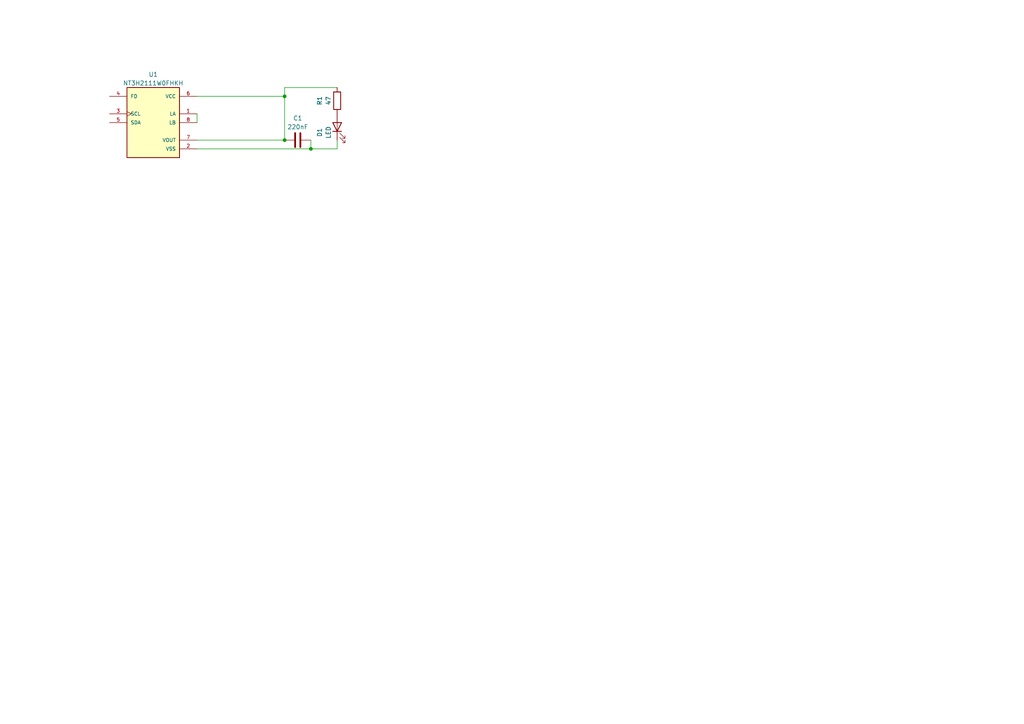
<source format=kicad_sch>
(kicad_sch (version 20230121) (generator eeschema)

  (uuid f02c84d0-22fc-404e-b72c-b2bf0e701038)

  (paper "A4")

  (lib_symbols
    (symbol "Device:C" (pin_numbers hide) (pin_names (offset 0.254)) (in_bom yes) (on_board yes)
      (property "Reference" "C" (at 0.635 2.54 0)
        (effects (font (size 1.27 1.27)) (justify left))
      )
      (property "Value" "C" (at 0.635 -2.54 0)
        (effects (font (size 1.27 1.27)) (justify left))
      )
      (property "Footprint" "" (at 0.9652 -3.81 0)
        (effects (font (size 1.27 1.27)) hide)
      )
      (property "Datasheet" "~" (at 0 0 0)
        (effects (font (size 1.27 1.27)) hide)
      )
      (property "ki_keywords" "cap capacitor" (at 0 0 0)
        (effects (font (size 1.27 1.27)) hide)
      )
      (property "ki_description" "Unpolarized capacitor" (at 0 0 0)
        (effects (font (size 1.27 1.27)) hide)
      )
      (property "ki_fp_filters" "C_*" (at 0 0 0)
        (effects (font (size 1.27 1.27)) hide)
      )
      (symbol "C_0_1"
        (polyline
          (pts
            (xy -2.032 -0.762)
            (xy 2.032 -0.762)
          )
          (stroke (width 0.508) (type default))
          (fill (type none))
        )
        (polyline
          (pts
            (xy -2.032 0.762)
            (xy 2.032 0.762)
          )
          (stroke (width 0.508) (type default))
          (fill (type none))
        )
      )
      (symbol "C_1_1"
        (pin passive line (at 0 3.81 270) (length 2.794)
          (name "~" (effects (font (size 1.27 1.27))))
          (number "1" (effects (font (size 1.27 1.27))))
        )
        (pin passive line (at 0 -3.81 90) (length 2.794)
          (name "~" (effects (font (size 1.27 1.27))))
          (number "2" (effects (font (size 1.27 1.27))))
        )
      )
    )
    (symbol "Device:LED" (pin_numbers hide) (pin_names (offset 1.016) hide) (in_bom yes) (on_board yes)
      (property "Reference" "D" (at 0 2.54 0)
        (effects (font (size 1.27 1.27)))
      )
      (property "Value" "LED" (at 0 -2.54 0)
        (effects (font (size 1.27 1.27)))
      )
      (property "Footprint" "" (at 0 0 0)
        (effects (font (size 1.27 1.27)) hide)
      )
      (property "Datasheet" "~" (at 0 0 0)
        (effects (font (size 1.27 1.27)) hide)
      )
      (property "ki_keywords" "LED diode" (at 0 0 0)
        (effects (font (size 1.27 1.27)) hide)
      )
      (property "ki_description" "Light emitting diode" (at 0 0 0)
        (effects (font (size 1.27 1.27)) hide)
      )
      (property "ki_fp_filters" "LED* LED_SMD:* LED_THT:*" (at 0 0 0)
        (effects (font (size 1.27 1.27)) hide)
      )
      (symbol "LED_0_1"
        (polyline
          (pts
            (xy -1.27 -1.27)
            (xy -1.27 1.27)
          )
          (stroke (width 0.254) (type default))
          (fill (type none))
        )
        (polyline
          (pts
            (xy -1.27 0)
            (xy 1.27 0)
          )
          (stroke (width 0) (type default))
          (fill (type none))
        )
        (polyline
          (pts
            (xy 1.27 -1.27)
            (xy 1.27 1.27)
            (xy -1.27 0)
            (xy 1.27 -1.27)
          )
          (stroke (width 0.254) (type default))
          (fill (type none))
        )
        (polyline
          (pts
            (xy -3.048 -0.762)
            (xy -4.572 -2.286)
            (xy -3.81 -2.286)
            (xy -4.572 -2.286)
            (xy -4.572 -1.524)
          )
          (stroke (width 0) (type default))
          (fill (type none))
        )
        (polyline
          (pts
            (xy -1.778 -0.762)
            (xy -3.302 -2.286)
            (xy -2.54 -2.286)
            (xy -3.302 -2.286)
            (xy -3.302 -1.524)
          )
          (stroke (width 0) (type default))
          (fill (type none))
        )
      )
      (symbol "LED_1_1"
        (pin passive line (at -3.81 0 0) (length 2.54)
          (name "K" (effects (font (size 1.27 1.27))))
          (number "1" (effects (font (size 1.27 1.27))))
        )
        (pin passive line (at 3.81 0 180) (length 2.54)
          (name "A" (effects (font (size 1.27 1.27))))
          (number "2" (effects (font (size 1.27 1.27))))
        )
      )
    )
    (symbol "Device:R" (pin_numbers hide) (pin_names (offset 0)) (in_bom yes) (on_board yes)
      (property "Reference" "R" (at 2.032 0 90)
        (effects (font (size 1.27 1.27)))
      )
      (property "Value" "R" (at 0 0 90)
        (effects (font (size 1.27 1.27)))
      )
      (property "Footprint" "" (at -1.778 0 90)
        (effects (font (size 1.27 1.27)) hide)
      )
      (property "Datasheet" "~" (at 0 0 0)
        (effects (font (size 1.27 1.27)) hide)
      )
      (property "ki_keywords" "R res resistor" (at 0 0 0)
        (effects (font (size 1.27 1.27)) hide)
      )
      (property "ki_description" "Resistor" (at 0 0 0)
        (effects (font (size 1.27 1.27)) hide)
      )
      (property "ki_fp_filters" "R_*" (at 0 0 0)
        (effects (font (size 1.27 1.27)) hide)
      )
      (symbol "R_0_1"
        (rectangle (start -1.016 -2.54) (end 1.016 2.54)
          (stroke (width 0.254) (type default))
          (fill (type none))
        )
      )
      (symbol "R_1_1"
        (pin passive line (at 0 3.81 270) (length 1.27)
          (name "~" (effects (font (size 1.27 1.27))))
          (number "1" (effects (font (size 1.27 1.27))))
        )
        (pin passive line (at 0 -3.81 90) (length 1.27)
          (name "~" (effects (font (size 1.27 1.27))))
          (number "2" (effects (font (size 1.27 1.27))))
        )
      )
    )
    (symbol "NT3H2111W0FHKH:NT3H2111W0FHKH" (pin_names (offset 1.016)) (in_bom yes) (on_board yes)
      (property "Reference" "U" (at -7.6233 10.6725 0)
        (effects (font (size 1.27 1.27)) (justify left bottom))
      )
      (property "Value" "NT3H2111W0FHKH" (at -7.6248 -12.708 0)
        (effects (font (size 1.27 1.27)) (justify left bottom))
      )
      (property "Footprint" "QFN8P50_160X160X50L40X20N" (at 0 0 0)
        (effects (font (size 1.27 1.27)) (justify bottom) hide)
      )
      (property "Datasheet" "" (at 0 0 0)
        (effects (font (size 1.27 1.27)) hide)
      )
      (property "MANUFACTURER" "NXP Semiconductors" (at 0 0 0)
        (effects (font (size 1.27 1.27)) (justify bottom) hide)
      )
      (symbol "NT3H2111W0FHKH_0_0"
        (rectangle (start -7.62 -10.16) (end 7.62 10.16)
          (stroke (width 0.254) (type default))
          (fill (type background))
        )
        (pin bidirectional line (at 12.7 2.54 180) (length 5.08)
          (name "LA" (effects (font (size 1.016 1.016))))
          (number "1" (effects (font (size 1.016 1.016))))
        )
        (pin power_in line (at 12.7 -7.62 180) (length 5.08)
          (name "VSS" (effects (font (size 1.016 1.016))))
          (number "2" (effects (font (size 1.016 1.016))))
        )
        (pin input clock (at -12.7 2.54 0) (length 5.08)
          (name "SCL" (effects (font (size 1.016 1.016))))
          (number "3" (effects (font (size 1.016 1.016))))
        )
        (pin input line (at -12.7 7.62 0) (length 5.08)
          (name "FD" (effects (font (size 1.016 1.016))))
          (number "4" (effects (font (size 1.016 1.016))))
        )
        (pin bidirectional line (at -12.7 0 0) (length 5.08)
          (name "SDA" (effects (font (size 1.016 1.016))))
          (number "5" (effects (font (size 1.016 1.016))))
        )
        (pin power_in line (at 12.7 7.62 180) (length 5.08)
          (name "VCC" (effects (font (size 1.016 1.016))))
          (number "6" (effects (font (size 1.016 1.016))))
        )
        (pin output line (at 12.7 -5.08 180) (length 5.08)
          (name "VOUT" (effects (font (size 1.016 1.016))))
          (number "7" (effects (font (size 1.016 1.016))))
        )
        (pin bidirectional line (at 12.7 0 180) (length 5.08)
          (name "LB" (effects (font (size 1.016 1.016))))
          (number "8" (effects (font (size 1.016 1.016))))
        )
      )
    )
  )

  (junction (at 90.17 43.18) (diameter 0) (color 0 0 0 0)
    (uuid 2b4e9602-1872-4939-a486-86b157b7e7ad)
  )
  (junction (at 82.55 40.64) (diameter 0) (color 0 0 0 0)
    (uuid 8654307e-c09d-4f8c-a183-9d09402a04b1)
  )
  (junction (at 82.55 27.94) (diameter 0) (color 0 0 0 0)
    (uuid fe7a19f0-8bd0-4dfb-9ee7-0eb3fbdbc3cf)
  )

  (wire (pts (xy 57.15 33.02) (xy 57.15 35.56))
    (stroke (width 0) (type default))
    (uuid 03f70af7-c0e6-4c10-88f5-10bd8a26a6c7)
  )
  (wire (pts (xy 97.79 25.4) (xy 82.55 25.4))
    (stroke (width 0) (type default))
    (uuid 1b743bf1-84e5-42ac-9ec3-a251018d3958)
  )
  (wire (pts (xy 57.15 43.18) (xy 90.17 43.18))
    (stroke (width 0) (type default))
    (uuid 2fd16ad4-4207-489c-b628-4d0187433a8d)
  )
  (wire (pts (xy 82.55 27.94) (xy 82.55 40.64))
    (stroke (width 0) (type default))
    (uuid 2fec50d9-106a-4abc-a055-754e91c10c9e)
  )
  (wire (pts (xy 90.17 43.18) (xy 90.17 40.64))
    (stroke (width 0) (type default))
    (uuid 451a6bd0-6306-4660-82f6-d14238caa0f7)
  )
  (wire (pts (xy 97.79 40.64) (xy 97.79 43.18))
    (stroke (width 0) (type default))
    (uuid 72c72ae7-fbe0-420e-a8c2-04de0da86ef5)
  )
  (wire (pts (xy 57.15 40.64) (xy 82.55 40.64))
    (stroke (width 0) (type default))
    (uuid 9ef1e9a4-e93d-4e08-874e-940abfaa0b5b)
  )
  (wire (pts (xy 82.55 25.4) (xy 82.55 27.94))
    (stroke (width 0) (type default))
    (uuid cb41aa9d-d43a-4f95-8e1f-fd804d1c04fa)
  )
  (wire (pts (xy 57.15 27.94) (xy 82.55 27.94))
    (stroke (width 0) (type default))
    (uuid f04f2273-0d68-44be-922f-9ebb15dfd728)
  )
  (wire (pts (xy 97.79 43.18) (xy 90.17 43.18))
    (stroke (width 0) (type default))
    (uuid f79cdade-1773-4dcd-9d11-78a1d333bb81)
  )

  (symbol (lib_id "Device:LED") (at 97.79 36.83 90) (unit 1)
    (in_bom yes) (on_board yes) (dnp no) (fields_autoplaced)
    (uuid 0a9b6437-95e6-4ae9-9212-0c1a510f7f8f)
    (property "Reference" "D1" (at 92.71 38.4175 0)
      (effects (font (size 1.27 1.27)))
    )
    (property "Value" "LED" (at 95.25 38.4175 0)
      (effects (font (size 1.27 1.27)))
    )
    (property "Footprint" "LED_SMD:LED_0805_2012Metric" (at 97.79 36.83 0)
      (effects (font (size 1.27 1.27)) hide)
    )
    (property "Datasheet" "~" (at 97.79 36.83 0)
      (effects (font (size 1.27 1.27)) hide)
    )
    (pin "1" (uuid 5340a8ff-5d8d-4446-9894-a2f22e4a0cf8))
    (pin "2" (uuid a36aed99-4470-4aae-ab72-795b4d1a9e8d))
    (instances
      (project "BusinessCard"
        (path "/f02c84d0-22fc-404e-b72c-b2bf0e701038"
          (reference "D1") (unit 1)
        )
      )
    )
  )

  (symbol (lib_id "NT3H2111W0FHKH:NT3H2111W0FHKH") (at 44.45 35.56 0) (unit 1)
    (in_bom yes) (on_board yes) (dnp no) (fields_autoplaced)
    (uuid 443e1331-8b63-463f-a5fd-6f652dcd5175)
    (property "Reference" "U1" (at 44.45 21.59 0)
      (effects (font (size 1.27 1.27)))
    )
    (property "Value" "NT3H2111W0FHKH" (at 44.45 24.13 0)
      (effects (font (size 1.27 1.27)))
    )
    (property "Footprint" "NT3H2111W0FHKH:QFN8P50_160X160X50L40X20N" (at 44.45 35.56 0)
      (effects (font (size 1.27 1.27)) (justify bottom) hide)
    )
    (property "Datasheet" "" (at 44.45 35.56 0)
      (effects (font (size 1.27 1.27)) hide)
    )
    (property "MANUFACTURER" "NXP Semiconductors" (at 44.45 35.56 0)
      (effects (font (size 1.27 1.27)) (justify bottom) hide)
    )
    (pin "1" (uuid 20da38c4-5a12-4026-97e6-9fcafc41b023))
    (pin "2" (uuid fd3cb02b-7ffc-4326-87dd-0ed3a78fd255))
    (pin "3" (uuid 1c3f54da-3ff9-4f97-ac04-2ed40029d644))
    (pin "4" (uuid dd382c83-b9d3-4649-9266-0b32409b8d9c))
    (pin "5" (uuid 90ccf27c-7ed8-4cb8-86da-8889ab9873b3))
    (pin "6" (uuid 41fe9ac8-140c-41e5-a839-23179fdbf3de))
    (pin "7" (uuid 0b8cd5cb-bb42-45b5-b3fa-a504a8e2fcfd))
    (pin "8" (uuid a8ed1183-a07a-451f-ba28-e666593b8774))
    (instances
      (project "BusinessCard"
        (path "/f02c84d0-22fc-404e-b72c-b2bf0e701038"
          (reference "U1") (unit 1)
        )
      )
    )
  )

  (symbol (lib_id "Device:R") (at 97.79 29.21 180) (unit 1)
    (in_bom yes) (on_board yes) (dnp no) (fields_autoplaced)
    (uuid 78c0e928-7155-4603-af5c-15f34f54112c)
    (property "Reference" "R1" (at 92.71 29.21 90)
      (effects (font (size 1.27 1.27)))
    )
    (property "Value" "47" (at 95.25 29.21 90)
      (effects (font (size 1.27 1.27)))
    )
    (property "Footprint" "Resistor_SMD:R_0603_1608Metric" (at 99.568 29.21 90)
      (effects (font (size 1.27 1.27)) hide)
    )
    (property "Datasheet" "~" (at 97.79 29.21 0)
      (effects (font (size 1.27 1.27)) hide)
    )
    (pin "1" (uuid 0e97fa82-7248-41ae-95a8-da65ff177eac))
    (pin "2" (uuid a096b7a6-5671-4f19-a486-e692b8f0d67a))
    (instances
      (project "BusinessCard"
        (path "/f02c84d0-22fc-404e-b72c-b2bf0e701038"
          (reference "R1") (unit 1)
        )
      )
    )
  )

  (symbol (lib_id "Device:C") (at 86.36 40.64 270) (unit 1)
    (in_bom yes) (on_board yes) (dnp no)
    (uuid ced035f9-1b08-46fa-a34e-a43dabf31560)
    (property "Reference" "C1" (at 86.36 34.29 90)
      (effects (font (size 1.27 1.27)))
    )
    (property "Value" "220nF" (at 86.36 36.83 90)
      (effects (font (size 1.27 1.27)))
    )
    (property "Footprint" "Capacitor_SMD:C_0603_1608Metric" (at 82.55 41.6052 0)
      (effects (font (size 1.27 1.27)) hide)
    )
    (property "Datasheet" "~" (at 86.36 40.64 0)
      (effects (font (size 1.27 1.27)) hide)
    )
    (pin "1" (uuid a23feefd-c310-4dc5-a067-e188c989f639))
    (pin "2" (uuid aea50ff6-c533-4c1d-9aac-6fd4874cbd60))
    (instances
      (project "BusinessCard"
        (path "/f02c84d0-22fc-404e-b72c-b2bf0e701038"
          (reference "C1") (unit 1)
        )
      )
    )
  )

  (sheet_instances
    (path "/" (page "1"))
  )
)

</source>
